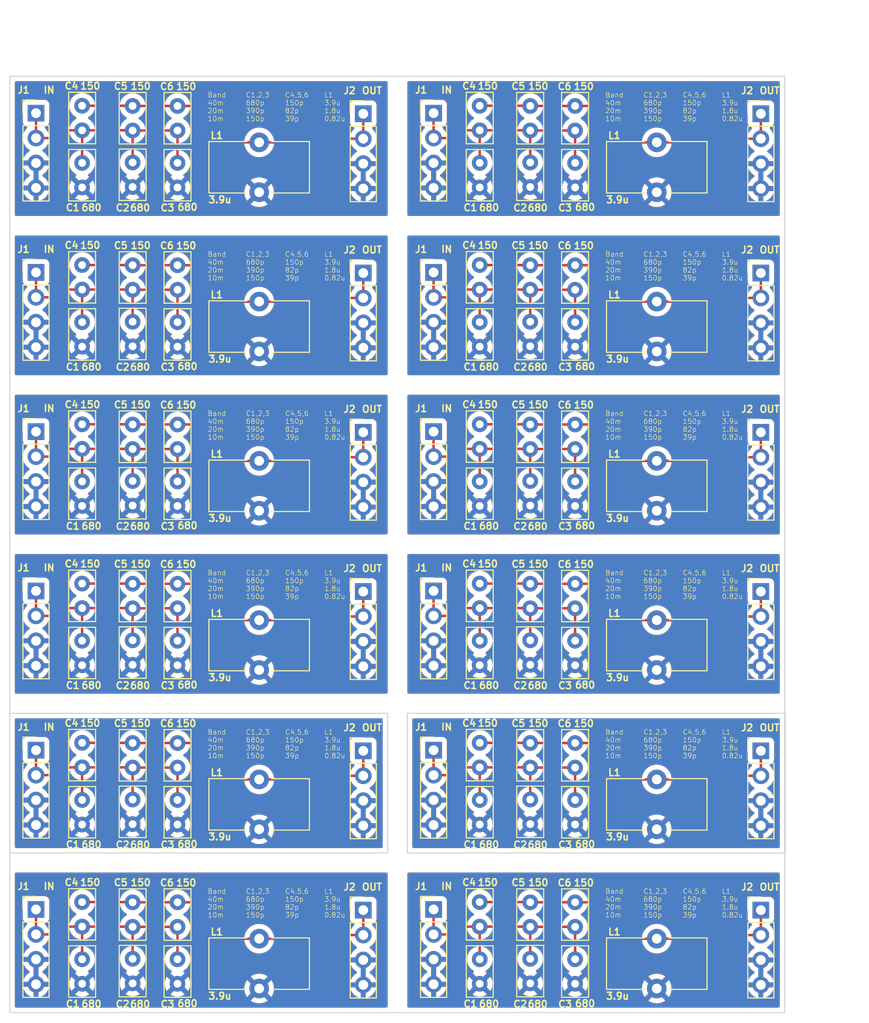
<source format=kicad_pcb>
(kicad_pcb (version 20211014) (generator pcbnew)
  (layers (0 "F.Cu" signal) (31 "B.Cu" signal) (34 "B.Paste" user) (35 "F.Paste" user) (36 "B.SilkS" user "B.Silkscreen") (37 "F.SilkS" user "F.Silkscreen") (38 "B.Mask" user) (39 "F.Mask" user) (44 "Edge.Cuts" user))
  (net 0 "")
  (net 1 "Net-(C1-Pad1)")
  (net 2 "GND")
  (net 3 "Net-(C4-Pad2)")
  (footprint "Capacitor_THT:C_Disc_D5.0mm_W2.5mm_P2.50mm" (layer "F.Cu") (at 99.428 144.112 -90)
    (fp_text reference "C3")
    (fp_text value "680")
  )
  (footprint "Capacitor_THT:C_Disc_D5.0mm_W2.5mm_P2.50mm" (layer "F.Cu") (at 54.356 111.6205 -90)
    (fp_text reference "C2")
    (fp_text value "680")
  )
  (footprint "Connector_PinHeader_2.54mm:PinHeader_1x04_P2.54mm_Vertical" (layer "F.Cu") (at 118.351 139.1055)
    (fp_text reference "J2")
    (fp_text value "OUT")
  )
  (footprint "Inductor_THT:L_Toroid_Vertical_L10.0mm_W5.0mm_P5.08mm" (layer "F.Cu") (at 67.2465 93.3445)
    (fp_text reference "L1")
    (fp_text value "3.9u")
  )
  (footprint "Capacitor_THT:C_Disc_D5.0mm_W2.5mm_P2.50mm" (layer "F.Cu") (at 49.2125 111.664 -90)
    (fp_text reference "C1")
    (fp_text value "680")
  )
  (footprint "Inductor_THT:L_Toroid_Vertical_L10.0mm_W5.0mm_P5.08mm" (layer "F.Cu") (at 107.7465 142.0165)
    (fp_text reference "L1")
    (fp_text value "3.9u")
  )
  (footprint "Capacitor_THT:C_Disc_D5.0mm_W2.5mm_P2.50mm" (layer "F.Cu") (at 54.356 140.81 90)
    (fp_text reference "C5")
    (fp_text value "150")
  )
  (footprint "Capacitor_THT:C_Disc_D5.0mm_W2.5mm_P2.50mm" (layer "F.Cu") (at 54.356 75.914 90)
    (fp_text reference "C5")
    (fp_text value "150")
  )
  (footprint "Connector_PinHeader_2.54mm:PinHeader_1x04_P2.54mm_Vertical" (layer "F.Cu") (at 85.0135 139.042)
    (fp_text reference "J1")
    (fp_text value "IN")
  )
  (footprint "Connector_PinHeader_2.54mm:PinHeader_1x04_P2.54mm_Vertical" (layer "F.Cu") (at 118.351 106.6575)
    (fp_text reference "J2")
    (fp_text value "OUT")
  )
  (footprint "Connector_PinHeader_2.54mm:PinHeader_1x04_P2.54mm_Vertical" (layer "F.Cu") (at 85.0135 122.818)
    (fp_text reference "J1")
    (fp_text value "IN")
  )
  (footprint "Capacitor_THT:C_Disc_D5.0mm_W2.5mm_P2.50mm" (layer "F.Cu") (at 49.2125 75.894 90)
    (fp_text reference "C4")
    (fp_text value "150")
  )
  (footprint "Capacitor_THT:C_Disc_D5.0mm_W2.5mm_P2.50mm" (layer "F.Cu") (at 99.428 75.914 90)
    (fp_text reference "C6")
    (fp_text value "150")
  )
  (footprint "Capacitor_THT:C_Disc_D5.0mm_W2.5mm_P2.50mm" (layer "F.Cu") (at 49.2125 127.888 -90)
    (fp_text reference "C1")
    (fp_text value "680")
  )
  (footprint "Inductor_THT:L_Toroid_Vertical_L10.0mm_W5.0mm_P5.08mm" (layer "F.Cu") (at 107.7465 60.8965)
    (fp_text reference "L1")
    (fp_text value "3.9u")
  )
  (footprint "Connector_PinHeader_2.54mm:PinHeader_1x04_P2.54mm_Vertical" (layer "F.Cu") (at 85.0135 106.594)
    (fp_text reference "J1")
    (fp_text value "IN")
  )
  (footprint "Connector_PinHeader_2.54mm:PinHeader_1x04_P2.54mm_Vertical" (layer "F.Cu") (at 85.0135 90.37)
    (fp_text reference "J1")
    (fp_text value "IN")
  )
  (footprint "Capacitor_THT:C_Disc_D5.0mm_W2.5mm_P2.50mm" (layer "F.Cu") (at 89.7125 75.894 90)
    (fp_text reference "C4")
    (fp_text value "150")
  )
  (footprint "Capacitor_THT:C_Disc_D5.0mm_W2.5mm_P2.50mm" (layer "F.Cu") (at 99.428 92.138 90)
    (fp_text reference "C6")
    (fp_text value "150")
  )
  (footprint "Capacitor_THT:C_Disc_D5.0mm_W2.5mm_P2.50mm" (layer "F.Cu") (at 58.928 124.586 90)
    (fp_text reference "C6")
    (fp_text value "150")
  )
  (footprint "Capacitor_THT:C_Disc_D5.0mm_W2.5mm_P2.50mm" (layer "F.Cu") (at 54.356 59.69 90)
    (fp_text reference "C5")
    (fp_text value "150")
  )
  (footprint "Capacitor_THT:C_Disc_D5.0mm_W2.5mm_P2.50mm" (layer "F.Cu") (at 58.928 79.216 -90)
    (fp_text reference "C3")
    (fp_text value "680")
  )
  (footprint "Capacitor_THT:C_Disc_D5.0mm_W2.5mm_P2.50mm" (layer "F.Cu") (at 54.356 108.362 90)
    (fp_text reference "C5")
    (fp_text value "150")
  )
  (footprint "Connector_PinHeader_2.54mm:PinHeader_1x04_P2.54mm_Vertical" (layer "F.Cu") (at 77.851 74.2095)
    (fp_text reference "J2")
    (fp_text value "OUT")
  )
  (footprint "Capacitor_THT:C_Disc_D5.0mm_W2.5mm_P2.50mm" (layer "F.Cu") (at 54.356 92.138 90)
    (fp_text reference "C5")
    (fp_text value "150")
  )
  (footprint "Connector_PinHeader_2.54mm:PinHeader_1x04_P2.54mm_Vertical" (layer "F.Cu") (at 77.851 139.1055)
    (fp_text reference "J2")
    (fp_text value "OUT")
  )
  (footprint "Capacitor_THT:C_Disc_D5.0mm_W2.5mm_P2.50mm" (layer "F.Cu") (at 89.7125 62.992 -90)
    (fp_text reference "C1")
    (fp_text value "680")
  )
  (footprint "Connector_PinHeader_2.54mm:PinHeader_1x04_P2.54mm_Vertical" (layer "F.Cu") (at 118.351 57.9855)
    (fp_text reference "J2")
    (fp_text value "OUT")
  )
  (footprint "Connector_PinHeader_2.54mm:PinHeader_1x04_P2.54mm_Vertical" (layer "F.Cu") (at 77.851 122.8815)
    (fp_text reference "J2")
    (fp_text value "OUT")
  )
  (footprint "Capacitor_THT:C_Disc_D5.0mm_W2.5mm_P2.50mm" (layer "F.Cu") (at 99.428 79.216 -90)
    (fp_text reference "C3")
    (fp_text value "680")
  )
  (footprint "Connector_PinHeader_2.54mm:PinHeader_1x04_P2.54mm_Vertical" (layer "F.Cu") (at 44.5135 74.146)
    (fp_text reference "J1")
    (fp_text value "IN")
  )
  (footprint "Capacitor_THT:C_Disc_D5.0mm_W2.5mm_P2.50mm" (layer "F.Cu") (at 58.928 59.69 90)
    (fp_text reference "C6")
    (fp_text value "150")
  )
  (footprint "Capacitor_THT:C_Disc_D5.0mm_W2.5mm_P2.50mm" (layer "F.Cu") (at 58.928 62.992 -90)
    (fp_text reference "C3")
    (fp_text value "680")
  )
  (footprint "Capacitor_THT:C_Disc_D5.0mm_W2.5mm_P2.50mm" (layer "F.Cu") (at 94.856 144.0685 -90)
    (fp_text reference "C2")
    (fp_text value "680")
  )
  (footprint "Connector_PinHeader_2.54mm:PinHeader_1x04_P2.54mm_Vertical" (layer "F.Cu") (at 85.0135 74.146)
    (fp_text reference "J1")
    (fp_text value "IN")
  )
  (footprint "Inductor_THT:L_Toroid_Vertical_L10.0mm_W5.0mm_P5.08mm" (layer "F.Cu") (at 67.2465 77.1205)
    (fp_text reference "L1")
    (fp_text value "3.9u")
  )
  (footprint "Capacitor_THT:C_Disc_D5.0mm_W2.5mm_P2.50mm" (layer "F.Cu") (at 94.856 124.586 90)
    (fp_text reference "C5")
    (fp_text value "150")
  )
  (footprint "Capacitor_THT:C_Disc_D5.0mm_W2.5mm_P2.50mm" (layer "F.Cu") (at 58.928 92.138 90)
    (fp_text reference "C6")
    (fp_text value "150")
  )
  (footprint "Capacitor_THT:C_Disc_D5.0mm_W2.5mm_P2.50mm" (layer "F.Cu") (at 89.7125 124.566 90)
    (fp_text reference "C4")
    (fp_text value "150")
  )
  (footprint "Connector_PinHeader_2.54mm:PinHeader_1x04_P2.54mm_Vertical" (layer "F.Cu") (at 44.5135 90.37)
    (fp_text reference "J1")
    (fp_text value "IN")
  )
  (footprint "Capacitor_THT:C_Disc_D5.0mm_W2.5mm_P2.50mm" (layer "F.Cu") (at 49.2125 144.112 -90)
    (fp_text reference "C1")
    (fp_text value "680")
  )
  (footprint "Connector_PinHeader_2.54mm:PinHeader_1x04_P2.54mm_Vertical" (layer "F.Cu") (at 44.5135 139.042)
    (fp_text reference "J1")
    (fp_text value "IN")
  )
  (footprint "Capacitor_THT:C_Disc_D5.0mm_W2.5mm_P2.50mm" (layer "F.Cu") (at 89.7125 79.216 -90)
    (fp_text reference "C1")
    (fp_text value "680")
  )
  (footprint "Connector_PinHeader_2.54mm:PinHeader_1x04_P2.54mm_Vertical" (layer "F.Cu") (at 77.851 106.6575)
    (fp_text reference "J2")
    (fp_text value "OUT")
  )
  (footprint "Connector_PinHeader_2.54mm:PinHeader_1x04_P2.54mm_Vertical" (layer "F.Cu") (at 118.351 90.4335)
    (fp_text reference "J2")
    (fp_text value "OUT")
  )
  (footprint "Capacitor_THT:C_Disc_D5.0mm_W2.5mm_P2.50mm" (layer "F.Cu") (at 89.7125 92.118 90)
    (fp_text reference "C4")
    (fp_text value "150")
  )
  (footprint "Capacitor_THT:C_Disc_D5.0mm_W2.5mm_P2.50mm" (layer "F.Cu") (at 49.2125 95.44 -90)
    (fp_text reference "C1")
    (fp_text value "680")
  )
  (footprint "Capacitor_THT:C_Disc_D5.0mm_W2.5mm_P2.50mm" (layer "F.Cu") (at 58.928 144.112 -90)
    (fp_text reference "C3")
    (fp_text value "680")
  )
  (footprint "Capacitor_THT:C_Disc_D5.0mm_W2.5mm_P2.50mm" (layer "F.Cu") (at 49.2125 140.79 90)
    (fp_text reference "C4")
    (fp_text value "150")
  )
  (footprint "Capacitor_THT:C_Disc_D5.0mm_W2.5mm_P2.50mm" (layer "F.Cu") (at 58.928 108.362 90)
    (fp_text reference "C6")
    (fp_text value "150")
  )
  (footprint "Connector_PinHeader_2.54mm:PinHeader_1x04_P2.54mm_Vertical" (layer "F.Cu") (at 44.5135 57.922)
    (fp_text reference "J1")
    (fp_text value "IN")
  )
  (footprint "Capacitor_THT:C_Disc_D5.0mm_W2.5mm_P2.50mm" (layer "F.Cu") (at 94.856 62.9485 -90)
    (fp_text reference "C2")
    (fp_text value "680")
  )
  (footprint "Connector_PinHeader_2.54mm:PinHeader_1x04_P2.54mm_Vertical" (layer "F.Cu") (at 77.851 90.4335)
    (fp_text reference "J2")
    (fp_text value "OUT")
  )
  (footprint "Capacitor_THT:C_Disc_D5.0mm_W2.5mm_P2.50mm" (layer "F.Cu") (at 94.856 79.1725 -90)
    (fp_text reference "C2")
    (fp_text value "680")
  )
  (footprint "Capacitor_THT:C_Disc_D5.0mm_W2.5mm_P2.50mm" (layer "F.Cu") (at 49.2125 59.67 90)
    (fp_text reference "C4")
    (fp_text value "150")
  )
  (footprint "Capacitor_THT:C_Disc_D5.0mm_W2.5mm_P2.50mm" (layer "F.Cu") (at 94.856 75.914 90)
    (fp_text reference "C5")
    (fp_text value "150")
  )
  (footprint "Inductor_THT:L_Toroid_Vertical_L10.0mm_W5.0mm_P5.08mm" (layer "F.Cu") (at 107.7465 77.1205)
    (fp_text reference "L1")
    (fp_text value "3.9u")
  )
  (footprint "Capacitor_THT:C_Disc_D5.0mm_W2.5mm_P2.50mm" (layer "F.Cu") (at 54.356 95.3965 -90)
    (fp_text reference "C2")
    (fp_text value "680")
  )
  (footprint "Capacitor_THT:C_Disc_D5.0mm_W2.5mm_P2.50mm" (layer "F.Cu") (at 89.7125 108.342 90)
    (fp_text reference "C4")
    (fp_text value "150")
  )
  (footprint "Capacitor_THT:C_Disc_D5.0mm_W2.5mm_P2.50mm" (layer "F.Cu") (at 49.2125 62.992 -90)
    (fp_text reference "C1")
    (fp_text value "680")
  )
  (footprint "Capacitor_THT:C_Disc_D5.0mm_W2.5mm_P2.50mm" (layer "F.Cu") (at 89.7125 127.888 -90)
    (fp_text reference "C1")
    (fp_text value "680")
  )
  (footprint "Capacitor_THT:C_Disc_D5.0mm_W2.5mm_P2.50mm" (layer "F.Cu") (at 54.356 144.0685 -90)
    (fp_text reference "C2")
    (fp_text value "680")
  )
  (footprint "Capacitor_THT:C_Disc_D5.0mm_W2.5mm_P2.50mm" (layer "F.Cu") (at 94.856 95.3965 -90)
    (fp_text reference "C2")
    (fp_text value "680")
  )
  (footprint "Capacitor_THT:C_Disc_D5.0mm_W2.5mm_P2.50mm" (layer "F.Cu") (at 94.856 59.69 90)
    (fp_text reference "C5")
    (fp_text value "150")
  )
  (footprint "Capacitor_THT:C_Disc_D5.0mm_W2.5mm_P2.50mm" (layer "F.Cu") (at 99.428 95.44 -90)
    (fp_text reference "C3")
    (fp_text value "680")
  )
  (footprint "Inductor_THT:L_Toroid_Vertical_L10.0mm_W5.0mm_P5.08mm" (layer "F.Cu") (at 67.2465 109.5685)
    (fp_text reference "L1")
    (fp_text value "3.9u")
  )
  (footprint "Capacitor_THT:C_Disc_D5.0mm_W2.5mm_P2.50mm" (layer "F.Cu") (at 54.356 79.1725 -90)
    (fp_text reference "C2")
    (fp_text value "680")
  )
  (footprint "Capacitor_THT:C_Disc_D5.0mm_W2.5mm_P2.50mm" (layer "F.Cu") (at 99.428 108.362 90)
    (fp_text reference "C6")
    (fp_text value "150")
  )
  (footprint "Capacitor_THT:C_Disc_D5.0mm_W2.5mm_P2.50mm" (layer "F.Cu") (at 58.928 127.888 -90)
    (fp_text reference "C3")
    (fp_text value "680")
  )
  (footprint "Capacitor_THT:C_Disc_D5.0mm_W2.5mm_P2.50mm" (layer "F.Cu") (at 89.7125 59.67 90)
    (fp_text reference "C4")
    (fp_text value "150")
  )
  (footprint "Capacitor_THT:C_Disc_D5.0mm_W2.5mm_P2.50mm" (layer "F.Cu") (at 89.7125 144.112 -90)
    (fp_text reference "C1")
    (fp_text value "680")
  )
  (footprint "Capacitor_THT:C_Disc_D5.0mm_W2.5mm_P2.50mm" (layer "F.Cu") (at 58.928 75.914 90)
    (fp_text reference "C6")
    (fp_text value "150")
  )
  (footprint "Connector_PinHeader_2.54mm:PinHeader_1x04_P2.54mm_Vertical" (layer "F.Cu") (at 85.0135 57.922)
    (fp_text reference "J1")
    (fp_text value "IN")
  )
  (footprint "Connector_PinHeader_2.54mm:PinHeader_1x04_P2.54mm_Vertical" (layer "F.Cu") (at 77.851 57.9855)
    (fp_text reference "J2")
    (fp_text value "OUT")
  )
  (footprint "Capacitor_THT:C_Disc_D5.0mm_W2.5mm_P2.50mm" (layer "F.Cu") (at 89.7125 111.664 -90)
    (fp_text reference "C1")
    (fp_text value "680")
  )
  (footprint "Capacitor_THT:C_Disc_D5.0mm_W2.5mm_P2.50mm" (layer "F.Cu") (at 49.2125 108.342 90)
    (fp_text reference "C4")
    (fp_text value "150")
  )
  (footprint "Capacitor_THT:C_Disc_D5.0mm_W2.5mm_P2.50mm" (layer "F.Cu") (at 94.856 140.81 90)
    (fp_text reference "C5")
    (fp_text value "150")
  )
  (footprint "Capacitor_THT:C_Disc_D5.0mm_W2.5mm_P2.50mm" (layer "F.Cu") (at 89.7125 140.79 90)
    (fp_text reference "C4")
    (fp_text value "150")
  )
  (footprint "Capacitor_THT:C_Disc_D5.0mm_W2.5mm_P2.50mm" (layer "F.Cu") (at 54.356 127.8445 -90)
    (fp_text reference "C2")
    (fp_text value "680")
  )
  (footprint "Inductor_THT:L_Toroid_Vertical_L10.0mm_W5.0mm_P5.08mm" (layer "F.Cu") (at 67.2465 125.7925)
    (fp_text reference "L1")
    (fp_text value "3.9u")
  )
  (footprint "Inductor_THT:L_Toroid_Vertical_L10.0mm_W5.0mm_P5.08mm" (layer "F.Cu") (at 67.2465 60.8965)
    (fp_text reference "L1")
    (fp_text value "3.9u")
  )
  (footprint "Connector_PinHeader_2.54mm:PinHeader_1x04_P2.54mm_Vertical" (layer "F.Cu") (at 44.5135 106.594)
    (fp_text reference "J1")
    (fp_text value "IN")
  )
  (footprint "Capacitor_THT:C_Disc_D5.0mm_W2.5mm_P2.50mm" (layer "F.Cu") (at 99.428 111.664 -90)
    (fp_text reference "C3")
    (fp_text value "680")
  )
  (footprint "Capacitor_THT:C_Disc_D5.0mm_W2.5mm_P2.50mm" (layer "F.Cu") (at 54.356 124.586 90)
    (fp_text reference "C5")
    (fp_text value "150")
  )
  (footprint "Capacitor_THT:C_Disc_D5.0mm_W2.5mm_P2.50mm" (layer "F.Cu") (at 89.7125 95.44 -90)
    (fp_text reference "C1")
    (fp_text value "680")
  )
  (footprint "Capacitor_THT:C_Disc_D5.0mm_W2.5mm_P2.50mm" (layer "F.Cu") (at 94.856 92.138 90)
    (fp_text reference "C5")
    (fp_text value "150")
  )
  (footprint "Inductor_THT:L_Toroid_Vertical_L10.0mm_W5.0mm_P5.08mm" (layer "F.Cu") (at 107.7465 125.7925)
    (fp_text reference "L1")
    (fp_text value "3.9u")
  )
  (footprint "Capacitor_THT:C_Disc_D5.0mm_W2.5mm_P2.50mm" (layer "F.Cu") (at 49.2125 92.118 90)
    (fp_text reference "C4")
    (fp_text value "150")
  )
  (footprint "Capacitor_THT:C_Disc_D5.0mm_W2.5mm_P2.50mm" (layer "F.Cu") (at 49.2125 124.566 90)
    (fp_text reference "C4")
    (fp_text value "150")
  )
  (footprint "Capacitor_THT:C_Disc_D5.0mm_W2.5mm_P2.50mm" (layer "F.Cu") (at 94.856 111.6205 -90)
    (fp_text reference "C2")
    (fp_text value "680")
  )
  (footprint "Capacitor_THT:C_Disc_D5.0mm_W2.5mm_P2.50mm" (layer "F.Cu") (at 58.928 95.44 -90)
    (fp_text reference "C3")
    (fp_text value "680")
  )
  (footprint "Capacitor_THT:C_Disc_D5.0mm_W2.5mm_P2.50mm" (layer "F.Cu") (at 99.428 127.888 -90)
    (fp_text reference "C3")
    (fp_text value "680")
  )
  (footprint "Inductor_THT:L_Toroid_Vertical_L10.0mm_W5.0mm_P5.08mm" (layer "F.Cu") (at 107.7465 93.3445)
    (fp_text reference "L1")
    (fp_text value "3.9u")
  )
  (footprint "Capacitor_THT:C_Disc_D5.0mm_W2.5mm_P2.50mm" (layer "F.Cu") (at 94.856 108.362 90)
    (fp_text reference "C5")
    (fp_text value "150")
  )
  (footprint "Connector_PinHeader_2.54mm:PinHeader_1x04_P2.54mm_Vertical" (layer "F.Cu") (at 118.351 74.2095)
    (fp_text reference "J2")
    (fp_text value "OUT")
  )
  (footprint "Capacitor_THT:C_Disc_D5.0mm_W2.5mm_P2.50mm" (layer "F.Cu") (at 99.428 124.586 90)
    (fp_text reference "C6")
    (fp_text value "150")
  )
  (footprint "Capacitor_THT:C_Disc_D5.0mm_W2.5mm_P2.50mm" (layer "F.Cu") (at 58.928 140.81 90)
    (fp_text reference "C6")
    (fp_text value "150")
  )
  (footprint "Capacitor_THT:C_Disc_D5.0mm_W2.5mm_P2.50mm" (layer "F.Cu") (at 54.356 62.9485 -90)
    (fp_text reference "C2")
    (fp_text value "680")
  )
  (footprint "Capacitor_THT:C_Disc_D5.0mm_W2.5mm_P2.50mm" (layer "F.Cu") (at 94.856 127.8445 -90)
    (fp_text reference "C2")
    (fp_text value "680")
  )
  (footprint "Inductor_THT:L_Toroid_Vertical_L10.0mm_W5.0mm_P5.08mm" (layer "F.Cu") (at 107.7465 109.5685)
    (fp_text reference "L1")
    (fp_text value "3.9u")
  )
  (footprint "Capacitor_THT:C_Disc_D5.0mm_W2.5mm_P2.50mm" (layer "F.Cu") (at 49.2125 79.216 -90)
    (fp_text reference "C1")
    (fp_text value "680")
  )
  (footprint "Capacitor_THT:C_Disc_D5.0mm_W2.5mm_P2.50mm" (layer "F.Cu") (at 99.428 62.992 -90)
    (fp_text reference "C3")
    (fp_text value "680")
  )
  (footprint "Connector_PinHeader_2.54mm:PinHeader_1x04_P2.54mm_Vertical" (layer "F.Cu") (at 118.351 122.8815)
    (fp_text reference "J2")
    (fp_text value "OUT")
  )
  (footprint "Capacitor_THT:C_Disc_D5.0mm_W2.5mm_P2.50mm" (layer "F.Cu") (at 99.428 140.81 90)
    (fp_text reference "C6")
    (fp_text value "150")
  )
  (footprint "Capacitor_THT:C_Disc_D5.0mm_W2.5mm_P2.50mm" (layer "F.Cu") (at 99.428 59.69 90)
    (fp_text reference "C6")
    (fp_text value "150")
  )
  (footprint "Capacitor_THT:C_Disc_D5.0mm_W2.5mm_P2.50mm" (layer "F.Cu") (at 58.928 111.664 -90)
    (fp_text reference "C3")
    (fp_text value "680")
  )
  (footprint "Connector_PinHeader_2.54mm:PinHeader_1x04_P2.54mm_Vertical" (layer "F.Cu") (at 44.5135 122.818)
    (fp_text reference "J1")
    (fp_text value "IN")
  )
  (footprint "Inductor_THT:L_Toroid_Vertical_L10.0mm_W5.0mm_P5.08mm" (layer "F.Cu") (at 67.2465 142.0165)
    (fp_text reference "L1")
    (fp_text value "3.9u")
  )
  (gr_rect (start 41.8465 54.1655) (end 120.777 149.5425) (layer "Edge.Cuts") (width 0.1) (fill none))
  (gr_rect (start 41.837 119.0615) (end 80.337 133.2855) (layer "Edge.Cuts") (width 0.1) (fill none))
  (gr_rect (start 82.337 119.0615) (end 120.837 133.2855) (layer "Edge.Cuts") (width 0.1) (fill none))
  (gr_text "Band	C1,2,3	C4,5,6	L1\n40m	  	680p	150p	3.9u\n20m   	390p	82p		1.8u\n10m	  	150p	39p		0.82u" (at 61.976 73.501) (layer "F.SilkS") (effects (font (size 0.5 0.5) (thickness 0.05)) (justify left)))
  (gr_text "Band	C1,2,3	C4,5,6	L1\n40m	  	680p	150p	3.9u\n20m   	390p	82p		1.8u\n10m	  	150p	39p		0.82u" (at 61.976 105.949) (layer "F.SilkS") (effects (font (size 0.5 0.5) (thickness 0.05)) (justify left)))
  (gr_text "Band	C1,2,3	C4,5,6	L1\n40m	  	680p	150p	3.9u\n20m   	390p	82p		1.8u\n10m	  	150p	39p		0.82u" (at 102.476 105.949) (layer "F.SilkS") (effects (font (size 0.5 0.5) (thickness 0.05)) (justify left)))
  (gr_text "Band	C1,2,3	C4,5,6	L1\n40m	  	680p	150p	3.9u\n20m   	390p	82p		1.8u\n10m	  	150p	39p		0.82u" (at 102.476 122.173) (layer "F.SilkS") (effects (font (size 0.5 0.5) (thickness 0.05)) (justify left)))
  (gr_text "Band	C1,2,3	C4,5,6	L1\n40m	  	680p	150p	3.9u\n20m   	390p	82p		1.8u\n10m	  	150p	39p		0.82u" (at 102.476 89.725) (layer "F.SilkS") (effects (font (size 0.5 0.5) (thickness 0.05)) (justify left)))
  (gr_text "Band	C1,2,3	C4,5,6	L1\n40m	  	680p	150p	3.9u\n20m   	390p	82p		1.8u\n10m	  	150p	39p		0.82u" (at 61.976 138.397) (layer "F.SilkS") (effects (font (size 0.5 0.5) (thickness 0.05)) (justify left)))
  (gr_text "Band	C1,2,3	C4,5,6	L1\n40m	  	680p	150p	3.9u\n20m   	390p	82p		1.8u\n10m	  	150p	39p		0.82u" (at 61.976 57.277) (layer "F.SilkS") (effects (font (size 0.5 0.5) (thickness 0.05)) (justify left)))
  (gr_text "Band	C1,2,3	C4,5,6	L1\n40m	  	680p	150p	3.9u\n20m   	390p	82p		1.8u\n10m	  	150p	39p		0.82u" (at 61.976 122.173) (layer "F.SilkS") (effects (font (size 0.5 0.5) (thickness 0.05)) (justify left)))
  (gr_text "Band	C1,2,3	C4,5,6	L1\n40m	  	680p	150p	3.9u\n20m   	390p	82p		1.8u\n10m	  	150p	39p		0.82u" (at 102.476 73.501) (layer "F.SilkS") (effects (font (size 0.5 0.5) (thickness 0.05)) (justify left)))
  (gr_text "Band	C1,2,3	C4,5,6	L1\n40m	  	680p	150p	3.9u\n20m   	390p	82p		1.8u\n10m	  	150p	39p		0.82u" (at 102.476 138.397) (layer "F.SilkS") (effects (font (size 0.5 0.5) (thickness 0.05)) (justify left)))
  (gr_text "Band	C1,2,3	C4,5,6	L1\n40m	  	680p	150p	3.9u\n20m   	390p	82p		1.8u\n10m	  	150p	39p		0.82u" (at 102.476 57.277) (layer "F.SilkS") (effects (font (size 0.5 0.5) (thickness 0.05)) (justify left)))
  (gr_text "Band	C1,2,3	C4,5,6	L1\n40m	  	680p	150p	3.9u\n20m   	390p	82p		1.8u\n10m	  	150p	39p		0.82u" (at 61.976 89.725) (layer "F.SilkS") (effects (font (size 0.5 0.5) (thickness 0.05)) (justify left)))
  (segment (start 94.836 92.118) (end 94.856 92.138) (width 0.25) (layer "F.Cu") (net 1))
  (segment (start 54.356 92.138) (end 54.356 95.3965) (width 0.25) (layer "F.Cu") (net 1))
  (segment (start 46.883 108.342) (end 49.2125 108.342) (width 0.25) (layer "F.Cu") (net 1))
  (segment (start 54.356 140.81) (end 54.356 144.0685) (width 0.25) (layer "F.Cu") (net 1))
  (segment (start 94.856 124.586) (end 99.428 124.586) (width 0.25) (layer "F.Cu") (net 1))
  (segment (start 49.2125 59.67) (end 54.336 59.67) (width 0.25) (layer "F.Cu") (net 1))
  (segment (start 54.336 140.79) (end 54.356 140.81) (width 0.25) (layer "F.Cu") (net 1))
  (segment (start 49.2125 140.79) (end 49.2125 144.112) (width 0.25) (layer "F.Cu") (net 1))
  (segment (start 85.0135 92.91) (end 86.591 92.91) (width 0.25) (layer "F.Cu") (net 1))
  (segment (start 44.5135 76.686) (end 46.091 76.686) (width 0.25) (layer "F.Cu") (net 1))
  (segment (start 44.5135 106.594) (end 44.5135 109.134) (width 0.25) (layer "F.Cu") (net 1))
  (segment (start 94.836 75.894) (end 94.856 75.914) (width 0.25) (layer "F.Cu") (net 1))
  (segment (start 85.0135 106.594) (end 85.0135 109.134) (width 0.25) (layer "F.Cu") (net 1))
  (segment (start 94.856 92.138) (end 94.856 95.3965) (width 0.25) (layer "F.Cu") (net 1))
  (segment (start 85.0135 57.922) (end 85.0135 60.462) (width 0.25) (layer "F.Cu") (net 1))
  (segment (start 89.7125 92.118) (end 89.7125 95.44) (width 0.25) (layer "F.Cu") (net 1))
  (segment (start 94.856 108.362) (end 99.428 108.362) (width 0.25) (layer "F.Cu") (net 1))
  (segment (start 54.356 59.69) (end 58.928 59.69) (width 0.25) (layer "F.Cu") (net 1))
  (segment (start 85.0135 109.134) (end 86.591 109.134) (width 0.25) (layer "F.Cu") (net 1))
  (segment (start 86.591 109.134) (end 87.383 108.342) (width 0.25) (layer "F.Cu") (net 1))
  (segment (start 85.0135 74.146) (end 85.0135 76.686) (width 0.25) (layer "F.Cu") (net 1))
  (segment (start 46.091 92.91) (end 46.883 92.118) (width 0.25) (layer "F.Cu") (net 1))
  (segment (start 46.883 92.118) (end 49.2125 92.118) (width 0.25) (layer "F.Cu") (net 1))
  (segment (start 54.356 124.586) (end 54.356 127.8445) (width 0.25) (layer "F.Cu") (net 1))
  (segment (start 49.2125 92.118) (end 49.2125 95.44) (width 0.25) (layer "F.Cu") (net 1))
  (segment (start 85.0135 139.042) (end 85.0135 141.582) (width 0.25) (layer "F.Cu") (net 1))
  (segment (start 94.856 92.138) (end 99.428 92.138) (width 0.25) (layer "F.Cu") (net 1))
  (segment (start 86.591 141.582) (end 87.383 140.79) (width 0.25) (layer "F.Cu") (net 1))
  (segment (start 94.836 124.566) (end 94.856 124.586) (width 0.25) (layer "F.Cu") (net 1))
  (segment (start 54.336 92.118) (end 54.356 92.138) (width 0.25) (layer "F.Cu") (net 1))
  (segment (start 44.5135 125.358) (end 46.091 125.358) (width 0.25) (layer "F.Cu") (net 1))
  (segment (start 46.091 60.462) (end 46.883 59.67) (width 0.25) (layer "F.Cu") (net 1))
  (segment (start 87.383 124.566) (end 89.7125 124.566) (width 0.25) (layer "F.Cu") (net 1))
  (segment (start 44.5135 90.37) (end 44.5135 92.91) (width 0.25) (layer "F.Cu") (net 1))
  (segment (start 87.383 140.79) (end 89.7125 140.79) (width 0.25) (layer "F.Cu") (net 1))
  (segment (start 44.5135 139.042) (end 44.5135 141.582) (width 0.25) (layer "F.Cu") (net 1))
  (segment (start 44.5135 109.134) (end 46.091 109.134) (width 0.25) (layer "F.Cu") (net 1))
  (segment (start 54.356 124.586) (end 58.928 124.586) (width 0.25) (layer "F.Cu") (net 1))
  (segment (start 86.591 60.462) (end 87.383 59.67) (width 0.25) (layer "F.Cu") (net 1))
  (segment (start 49.2125 124.566) (end 54.336 124.566) (width 0.25) (layer "F.Cu") (net 1))
  (segment (start 46.091 109.134) (end 46.883 108.342) (width 0.25) (layer "F.Cu") (net 1))
  (segment (start 94.856 75.914) (end 99.428 75.914) (width 0.25) (layer "F.Cu") (net 1))
  (segment (start 85.0135 90.37) (end 85.0135 92.91) (width 0.25) (layer "F.Cu") (net 1))
  (segment (start 49.2125 59.67) (end 49.2125 62.992) (width 0.25) (layer "F.Cu") (net 1))
  (segment (start 46.883 140.79) (end 49.2125 140.79) (width 0.25) (layer "F.Cu") (net 1))
  (segment (start 44.5135 74.146) (end 44.5135 76.686) (width 0.25) (layer "F.Cu") (net 1))
  (segment (start 94.856 124.586) (end 94.856 127.8445) (width 0.25) (layer "F.Cu") (net 1))
  (segment (start 58.928 75.914) (end 58.928 79.216) (width 0.25) (layer "F.Cu") (net 1))
  (segment (start 94.856 140.81) (end 94.856 144.0685) (width 0.25) (layer "F.Cu") (net 1))
  (segment (start 46.883 75.894) (end 49.2125 75.894) (width 0.25) (layer "F.Cu") (net 1))
  (segment (start 89.7125 108.342) (end 89.7125 111.664) (width 0.25) (layer "F.Cu") (net 1))
  (segment (start 44.5135 92.91) (end 46.091 92.91) (width 0.25) (layer "F.Cu") (net 1))
  (segment (start 49.2125 75.894) (end 49.2125 79.216) (width 0.25) (layer "F.Cu") (net 1))
  (segment (start 99.428 140.81) (end 99.428 144.112) (width 0.25) (layer "F.Cu") (net 1))
  (segment (start 49.2125 92.118) (end 54.336 92.118) (width 0.25) (layer "F.Cu") (net 1))
  (segment (start 44.5135 60.462) (end 46.091 60.462) (width 0.25) (layer "F.Cu") (net 1))
  (segment (start 89.7125 75.894) (end 89.7125 79.216) (width 0.25) (layer "F.Cu") (net 1))
  (segment (start 49.2125 108.342) (end 54.336 108.342) (width 0.25) (layer "F.Cu") (net 1))
  (segment (start 49.2125 108.342) (end 49.2125 111.664) (width 0.25) (layer "F.Cu") (net 1))
  (segment (start 54.356 92.138) (end 58.928 92.138) (width 0.25) (layer "F.Cu") (net 1))
  (segment (start 94.836 108.342) (end 94.856 108.362) (width 0.25) (layer "F.Cu") (net 1))
  (segment (start 49.2125 124.566) (end 49.2125 127.888) (width 0.25) (layer "F.Cu") (net 1))
  (segment (start 87.383 75.894) (end 89.7125 75.894) (width 0.25) (layer "F.Cu") (net 1))
  (segment (start 85.0135 125.358) (end 86.591 125.358) (width 0.25) (layer "F.Cu") (net 1))
  (segment (start 89.7125 124.566) (end 89.7125 127.888) (width 0.25) (layer "F.Cu") (net 1))
  (segment (start 44.5135 141.582) (end 46.091 141.582) (width 0.25) (layer "F.Cu") (net 1))
  (segment (start 44.5135 57.922) (end 44.5135 60.462) (width 0.25) (layer "F.Cu") (net 1))
  (segment (start 94.856 108.362) (end 94.856 111.6205) (width 0.25) (layer "F.Cu") (net 1))
  (segment (start 89.7125 108.342) (end 94.836 108.342) (width 0.25) (layer "F.Cu") (net 1))
  (segment (start 94.856 140.81) (end 99.428 140.81) (width 0.25) (layer "F.Cu") (net 1))
  (segment (start 58.928 108.362) (end 58.928 111.664) (width 0.25) (layer "F.Cu") (net 1))
  (segment (start 49.2125 140.79) (end 54.336 140.79) (width 0.25) (layer "F.Cu") (net 1))
  (segment (start 85.0135 141.582) (end 86.591 141.582) (width 0.25) (layer "F.Cu") (net 1))
  (segment (start 54.356 108.362) (end 58.928 108.362) (width 0.25) (layer "F.Cu") (net 1))
  (segment (start 46.091 76.686) (end 46.883 75.894) (width 0.25) (layer "F.Cu") (net 1))
  (segment (start 86.591 76.686) (end 87.383 75.894) (width 0.25) (layer "F.Cu") (net 1))
  (segment (start 89.7125 140.79) (end 94.836 140.79) (width 0.25) (layer "F.Cu") (net 1))
  (segment (start 46.091 141.582) (end 46.883 140.79) (width 0.25) (layer "F.Cu") (net 1))
  (segment (start 89.7125 92.118) (end 94.836 92.118) (width 0.25) (layer "F.Cu") (net 1))
  (segment (start 99.428 75.914) (end 99.428 79.216) (width 0.25) (layer "F.Cu") (net 1))
  (segment (start 99.428 124.586) (end 99.428 127.888) (width 0.25) (layer "F.Cu") (net 1))
  (segment (start 54.336 108.342) (end 54.356 108.362) (width 0.25) (layer "F.Cu") (net 1))
  (segment (start 99.428 59.69) (end 99.428 62.992) (width 0.25) (layer "F.Cu") (net 1))
  (segment (start 54.336 75.894) (end 54.356 75.914) (width 0.25) (layer "F.Cu") (net 1))
  (segment (start 89.7125 124.566) (end 94.836 124.566) (width 0.25) (layer "F.Cu") (net 1))
  (segment (start 94.836 140.79) (end 94.856 140.81) (width 0.25) (layer "F.Cu") (net 1))
  (segment (start 54.356 108.362) (end 54.356 111.6205) (width 0.25) (layer "F.Cu") (net 1))
  (segment (start 58.928 59.69) (end 58.928 62.992) (width 0.25) (layer "F.Cu") (net 1))
  (segment (start 85.0135 122.818) (end 85.0135 125.358) (width 0.25) (layer "F.Cu") (net 1))
  (segment (start 87.383 92.118) (end 89.7125 92.118) (width 0.25) (layer "F.Cu") (net 1))
  (segment (start 46.883 59.67) (end 49.2125 59.67) (width 0.25) (layer "F.Cu") (net 1))
  (segment (start 54.356 59.69) (end 54.356 62.9485) (width 0.25) (layer "F.Cu") (net 1))
  (segment (start 46.091 125.358) (end 46.883 124.566) (width 0.25) (layer "F.Cu") (net 1))
  (segment (start 54.356 75.914) (end 54.356 79.1725) (width 0.25) (layer "F.Cu") (net 1))
  (segment (start 54.336 59.67) (end 54.356 59.69) (width 0.25) (layer "F.Cu") (net 1))
  (segment (start 54.336 124.566) (end 54.356 124.586) (width 0.25) (layer "F.Cu") (net 1))
  (segment (start 85.0135 76.686) (end 86.591 76.686) (width 0.25) (layer "F.Cu") (net 1))
  (segment (start 89.7125 75.894) (end 94.836 75.894) (width 0.25) (layer "F.Cu") (net 1))
  (segment (start 94.836 59.67) (end 94.856 59.69) (width 0.25) (layer "F.Cu") (net 1))
  (segment (start 99.428 92.138) (end 99.428 95.44) (width 0.25) (layer "F.Cu") (net 1))
  (segment (start 89.7125 59.67) (end 89.7125 62.992) (width 0.25) (layer "F.Cu") (net 1))
  (segment (start 94.856 59.69) (end 94.856 62.9485) (width 0.25) (layer "F.Cu") (net 1))
  (segment (start 85.0135 60.462) (end 86.591 60.462) (width 0.25) (layer "F.Cu") (net 1))
  (segment (start 46.883 124.566) (end 49.2125 124.566) (width 0.25) (layer "F.Cu") (net 1))
  (segment (start 89.7125 59.67) (end 94.836 59.67) (width 0.25) (layer "F.Cu") (net 1))
  (segment (start 58.928 124.586) (end 58.928 127.888) (width 0.25) (layer "F.Cu") (net 1))
  (segment (start 54.356 75.914) (end 58.928 75.914) (width 0.25) (layer "F.Cu") (net 1))
  (segment (start 58.928 140.81) (end 58.928 144.112) (width 0.25) (layer "F.Cu") (net 1))
  (segment (start 49.2125 75.894) (end 54.336 75.894) (width 0.25) (layer "F.Cu") (net 1))
  (segment (start 86.591 125.358) (end 87.383 124.566) (width 0.25) (layer "F.Cu") (net 1))
  (segment (start 94.856 59.69) (end 99.428 59.69) (width 0.25) (layer "F.Cu") (net 1))
  (segment (start 86.591 92.91) (end 87.383 92.118) (width 0.25) (layer "F.Cu") (net 1))
  (segment (start 94.856 75.914) (end 94.856 79.1725) (width 0.25) (layer "F.Cu") (net 1))
  (segment (start 87.383 108.342) (end 89.7125 108.342) (width 0.25) (layer "F.Cu") (net 1))
  (segment (start 54.356 140.81) (end 58.928 140.81) (width 0.25) (layer "F.Cu") (net 1))
  (segment (start 89.7125 140.79) (end 89.7125 144.112) (width 0.25) (layer "F.Cu") (net 1))
  (segment (start 58.928 92.138) (end 58.928 95.44) (width 0.25) (layer "F.Cu") (net 1))
  (segment (start 99.428 108.362) (end 99.428 111.664) (width 0.25) (layer "F.Cu") (net 1))
  (segment (start 87.383 59.67) (end 89.7125 59.67) (width 0.25) (layer "F.Cu") (net 1))
  (segment (start 44.5135 122.818) (end 44.5135 125.358) (width 0.25) (layer "F.Cu") (net 1))
  (segment (start 75.311 60.5155) (end 75.321 60.5255) (width 0.25) (layer "F.Cu") (net 3))
  (segment (start 101.714 76.7395) (end 102.095 77.1205) (width 0.25) (layer "F.Cu") (net 3))
  (segment (start 75.311 76.7395) (end 75.321 76.7495) (width 0.25) (layer "F.Cu") (net 3))
  (segment (start 67.2465 142.0165) (end 74.1045 142.0165) (width 0.25) (layer "F.Cu") (net 3))
  (segment (start 115.821 60.5255) (end 118.351 60.5255) (width 0.25) (layer "F.Cu") (net 3))
  (segment (start 102.095 125.7925) (end 107.7465 125.7925) (width 0.25) (layer "F.Cu") (net 3))
  (segment (start 115.811 141.6355) (end 115.821 141.6455) (width 0.25) (layer "F.Cu") (net 3))
  (segment (start 67.2465 60.8965) (end 74.1045 60.8965) (width 0.25) (layer "F.Cu") (net 3))
  (segment (start 118.351 122.8815) (end 118.351 125.4215) (width 0.25) (layer "F.Cu") (net 3))
  (segment (start 99.428 89.638) (end 101.373 89.638) (width 0.25) (layer "F.Cu") (net 3))
  (segment (start 101.714 122.427) (end 101.714 125.4115) (width 0.25) (layer "F.Cu") (net 3))
  (segment (start 94.836 89.618) (end 94.856 89.638) (width 0.25) (layer "F.Cu") (net 3))
  (segment (start 54.336 105.842) (end 54.356 105.862) (width 0.25) (layer "F.Cu") (net 3))
  (segment (start 49.2125 105.842) (end 54.336 105.842) (width 0.25) (layer "F.Cu") (net 3))
  (segment (start 115.811 109.1875) (end 115.821 109.1975) (width 0.25) (layer "F.Cu") (net 3))
  (segment (start 77.851 90.4335) (end 77.851 92.9735) (width 0.25) (layer "F.Cu") (net 3))
  (segment (start 99.428 57.19) (end 101.373 57.19) (width 0.25) (layer "F.Cu") (net 3))
  (segment (start 54.336 89.618) (end 54.356 89.638) (width 0.25) (layer "F.Cu") (net 3))
  (segment (start 118.351 57.9855) (end 118.351 60.5255) (width 0.25) (layer "F.Cu") (net 3))
  (segment (start 89.7125 89.618) (end 94.836 89.618) (width 0.25) (layer "F.Cu") (net 3))
  (segment (start 114.9855 109.1875) (end 115.811 109.1875) (width 0.25) (layer "F.Cu") (net 3))
  (segment (start 102.095 142.0165) (end 107.7465 142.0165) (width 0.25) (layer "F.Cu") (net 3))
  (segment (start 101.714 125.4115) (end 102.095 125.7925) (width 0.25) (layer "F.Cu") (net 3))
  (segment (start 61.214 92.9635) (end 61.595 93.3445) (width 0.25) (layer "F.Cu") (net 3))
  (segment (start 99.428 122.086) (end 101.373 122.086) (width 0.25) (layer "F.Cu") (net 3))
  (segment (start 107.7465 109.5685) (end 114.6045 109.5685) (width 0.25) (layer "F.Cu") (net 3))
  (segment (start 54.356 89.638) (end 58.928 89.638) (width 0.25) (layer "F.Cu") (net 3))
  (segment (start 115.821 141.6455) (end 118.351 141.6455) (width 0.25) (layer "F.Cu") (net 3))
  (segment (start 75.311 125.4115) (end 75.321 125.4215) (width 0.25) (layer "F.Cu") (net 3))
  (segment (start 67.2465 109.5685) (end 74.1045 109.5685) (width 0.25) (layer "F.Cu") (net 3))
  (segment (start 101.373 73.414) (end 101.714 73.755) (width 0.25) (layer "F.Cu") (net 3))
  (segment (start 115.811 92.9635) (end 115.821 92.9735) (width 0.25) (layer "F.Cu") (net 3))
  (segment (start 74.4855 125.4115) (end 75.311 125.4115) (width 0.25) (layer "F.Cu") (net 3))
  (segment (start 54.336 122.066) (end 54.356 122.086) (width 0.25) (layer "F.Cu") (net 3))
  (segment (start 61.214 141.6355) (end 61.595 142.0165) (width 0.25) (layer "F.Cu") (net 3))
  (segment (start 61.595 109.5685) (end 67.2465 109.5685) (width 0.25) (layer "F.Cu") (net 3))
  (segment (start 75.311 141.6355) (end 75.321 141.6455) (width 0.25) (layer "F.Cu") (net 3))
  (segment (start 115.821 76.7495) (end 118.351 76.7495) (width 0.25) (layer "F.Cu") (net 3))
  (segment (start 54.336 73.394) (end 54.356 73.414) (width 0.25) (layer "F.Cu") (net 3))
  (segment (start 107.7465 125.7925) (end 114.6045 125.7925) (width 0.25) (layer "F.Cu") (net 3))
  (segment (start 114.6045 109.5685) (end 114.9855 109.1875) (width 0.25) (layer "F.Cu") (net 3))
  (segment (start 77.851 122.8815) (end 77.851 125.4215) (width 0.25) (layer "F.Cu") (net 3))
  (segment (start 94.836 57.17) (end 94.856 57.19) (width 0.25) (layer "F.Cu") (net 3))
  (segment (start 77.851 74.2095) (end 77.851 76.7495) (width 0.25) (layer "F.Cu") (net 3))
  (segment (start 89.7125 73.394) (end 94.836 73.394) (width 0.25) (layer "F.Cu") (net 3))
  (segment (start 49.2125 57.17) (end 54.336 57.17) (width 0.25) (layer "F.Cu") (net 3))
  (segment (start 61.595 142.0165) (end 67.2465 142.0165) (width 0.25) (layer "F.Cu") (net 3))
  (segment (start 115.811 76.7395) (end 115.821 76.7495) (width 0.25) (layer "F.Cu") (net 3))
  (segment (start 114.9855 125.4115) (end 115.811 125.4115) (width 0.25) (layer "F.Cu") (net 3))
  (segment (start 54.336 57.17) (end 54.356 57.19) (width 0.25) (layer "F.Cu") (net 3))
  (segment (start 60.873 73.414) (end 61.214 73.755) (width 0.25) (layer "F.Cu") (net 3))
  (segment (start 74.1045 77.1205) (end 74.4855 76.7395) (width 0.25) (layer "F.Cu") (net 3))
  (segment (start 61.595 93.3445) (end 67.2465 93.3445) (width 0.25) (layer "F.Cu") (net 3))
  (segment (start 61.214 109.1875) (end 61.595 109.5685) (width 0.25) (layer "F.Cu") (net 3))
  (segment (start 107.7465 142.0165) (end 114.6045 142.0165) (width 0.25) (layer "F.Cu") (net 3))
  (segment (start 101.714 60.5155) (end 102.095 60.8965) (width 0.25) (layer "F.Cu") (net 3))
  (segment (start 60.873 57.19) (end 61.214 57.531) (width 0.25) (layer "F.Cu") (net 3))
  (segment (start 54.356 122.086) (end 58.928 122.086) (width 0.25) (layer "F.Cu") (net 3))
  (segment (start 61.214 138.651) (end 61.214 141.6355) (width 0.25) (layer "F.Cu") (net 3))
  (segment (start 61.214 60.5155) (end 61.595 60.8965) (width 0.25) (layer "F.Cu") (net 3))
  (segment (start 94.856 89.638) (end 99.428 89.638) (width 0.25) (layer "F.Cu") (net 3))
  (segment (start 75.321 141.6455) (end 77.851 141.6455) (width 0.25) (layer "F.Cu") (net 3))
  (segment (start 60.873 138.31) (end 61.214 138.651) (width 0.25) (layer "F.Cu") (net 3))
  (segment (start 89.7125 105.842) (end 94.836 105.842) (width 0.25) (layer "F.Cu") (net 3))
  (segment (start 101.714 109.1875) (end 102.095 109.5685) (width 0.25) (layer "F.Cu") (net 3))
  (segment (start 49.2125 138.29) (end 54.336 138.29) (width 0.25) (layer "F.Cu") (net 3))
  (segment (start 101.373 105.862) (end 101.714 106.203) (width 0.25) (layer "F.Cu") (net 3))
  (segment (start 114.6045 60.8965) (end 114.9855 60.5155) (width 0.25) (layer "F.Cu") (net 3))
  (segment (start 114.6045 77.1205) (end 114.9855 76.7395) (width 0.25) (layer "F.Cu") (net 3))
  (segment (start 61.595 60.8965) (end 67.2465 60.8965) (width 0.25) (layer "F.Cu") (net 3))
  (segment (start 101.373 122.086) (end 101.714 122.427) (width 0.25) (layer "F.Cu") (net 3))
  (segment (start 54.356 138.31) (end 58.928 138.31) (width 0.25) (layer "F.Cu") (net 3))
  (segment (start 115.821 125.4215) (end 118.351 125.4215) (width 0.25) (layer "F.Cu") (net 3))
  (segment (start 118.351 106.6575) (end 118.351 109.1975) (width 0.25) (layer "F.Cu") (net 3))
  (segment (start 60.873 89.638) (end 61.214 89.979) (width 0.25) (layer "F.Cu") (net 3))
  (segment (start 77.851 139.1055) (end 77.851 141.6455) (width 0.25) (layer "F.Cu") (net 3))
  (segment (start 102.095 93.3445) (end 107.7465 93.3445) (width 0.25) (layer "F.Cu") (net 3))
  (segment (start 74.1045 93.3445) (end 74.4855 92.9635) (width 0.25) (layer "F.Cu") (net 3))
  (segment (start 101.373 138.31) (end 101.714 138.651) (width 0.25) (layer "F.Cu") (net 3))
  (segment (start 54.356 57.19) (end 58.928 57.19) (width 0.25) (layer "F.Cu") (net 3))
  (segment (start 94.856 73.414) (end 99.428 73.414) (width 0.25) (layer "F.Cu") (net 3))
  (segment (start 74.4855 60.5155) (end 75.311 60.5155) (width 0.25) (layer "F.Cu") (net 3))
  (segment (start 61.595 77.1205) (end 67.2465 77.1205) (width 0.25) (layer "F.Cu") (net 3))
  (segment (start 118.351 74.2095) (end 118.351 76.7495) (width 0.25) (layer "F.Cu") (net 3))
  (segment (start 114.6045 93.3445) (end 114.9855 92.9635) (width 0.25) (layer "F.Cu") (net 3))
  (segment (start 67.2465 93.3445) (end 74.1045 93.3445) (width 0.25) (layer "F.Cu") (net 3))
  (segment (start 101.714 89.979) (end 101.714 92.9635) (width 0.25) (layer "F.Cu") (net 3))
  (segment (start 58.928 57.19) (end 60.873 57.19) (width 0.25) (layer "F.Cu") (net 3))
  (segment (start 74.4855 76.7395) (end 75.311 76.7395) (width 0.25) (layer "F.Cu") (net 3))
  (segment (start 89.7125 122.066) (end 94.836 122.066) (width 0.25) (layer "F.Cu") (net 3))
  (segment (start 115.821 92.9735) (end 118.351 92.9735) (width 0.25) (layer "F.Cu") (net 3))
  (segment (start 61.214 57.531) (end 61.214 60.5155) (width 0.25) (layer "F.Cu") (net 3))
  (segment (start 75.321 60.5255) (end 77.851 60.5255) (width 0.25) (layer "F.Cu") (net 3))
  (segment (start 54.356 105.862) (end 58.928 105.862) (width 0.25) (layer "F.Cu") (net 3))
  (segment (start 58.928 89.638) (end 60.873 89.638) (width 0.25) (layer "F.Cu") (net 3))
  (segment (start 107.7465 93.3445) (end 114.6045 93.3445) (width 0.25) (layer "F.Cu") (net 3))
  (segment (start 101.373 89.638) (end 101.714 89.979) (width 0.25) (layer "F.Cu") (net 3))
  (segment (start 107.7465 60.8965) (end 114.6045 60.8965) (width 0.25) (layer "F.Cu") (net 3))
  (segment (start 67.2465 125.7925) (end 74.1045 125.7925) (width 0.25) (layer "F.Cu") (net 3))
  (segment (start 61.214 125.4115) (end 61.595 125.7925) (width 0.25) (layer "F.Cu") (net 3))
  (segment (start 74.4855 92.9635) (end 75.311 92.9635) (width 0.25) (layer "F.Cu") (net 3))
  (segment (start 61.595 125.7925) (end 67.2465 125.7925) (width 0.25) (layer "F.Cu") (net 3))
  (segment (start 74.1045 142.0165) (end 74.4855 141.6355) (width 0.25) (layer "F.Cu") (net 3))
  (segment (start 67.2465 77.1205) (end 74.1045 77.1205) (width 0.25) (layer "F.Cu") (net 3))
  (segment (start 58.928 73.414) (end 60.873 73.414) (width 0.25) (layer "F.Cu") (net 3))
  (segment (start 89.7125 57.17) (end 94.836 57.17) (width 0.25) (layer "F.Cu") (net 3))
  (segment (start 60.873 122.086) (end 61.214 122.427) (width 0.25) (layer "F.Cu") (net 3))
  (segment (start 101.714 57.531) (end 101.714 60.5155) (width 0.25) (layer "F.Cu") (net 3))
  (segment (start 74.4855 109.1875) (end 75.311 109.1875) (width 0.25) (layer "F.Cu") (net 3))
  (segment (start 89.7125 138.29) (end 94.836 138.29) (width 0.25) (layer "F.Cu") (net 3))
  (segment (start 49.2125 89.618) (end 54.336 89.618) (width 0.25) (layer "F.Cu") (net 3))
  (segment (start 99.428 138.31) (end 101.373 138.31) (width 0.25) (layer "F.Cu") (net 3))
  (segment (start 94.836 138.29) (end 94.856 138.31) (width 0.25) (layer "F.Cu") (net 3))
  (segment (start 61.214 73.755) (end 61.214 76.7395) (width 0.25) (layer "F.Cu") (net 3))
  (segment (start 102.095 60.8965) (end 107.7465 60.8965) (width 0.25) (layer "F.Cu") (net 3))
  (segment (start 74.1045 109.5685) (end 74.4855 109.1875) (width 0.25) (layer "F.Cu") (net 3))
  (segment (start 115.811 60.5155) (end 115.821 60.5255) (width 0.25) (layer "F.Cu") (net 3))
  (segment (start 58.928 138.31) (end 60.873 138.31) (width 0.25) (layer "F.Cu") (net 3))
  (segment (start 101.373 57.19) (end 101.714 57.531) (width 0.25) (layer "F.Cu") (net 3))
  (segment (start 74.4855 141.6355) (end 75.311 141.6355) (width 0.25) (layer "F.Cu") (net 3))
  (segment (start 58.928 105.862) (end 60.873 105.862) (width 0.25) (layer "F.Cu") (net 3))
  (segment (start 94.856 57.19) (end 99.428 57.19) (width 0.25) (layer "F.Cu") (net 3))
  (segment (start 115.821 109.1975) (end 118.351 109.1975) (width 0.25) (layer "F.Cu") (net 3))
  (segment (start 75.321 125.4215) (end 77.851 125.4215) (width 0.25) (layer "F.Cu") (net 3))
  (segment (start 58.928 122.086) (end 60.873 122.086) (width 0.25) (layer "F.Cu") (net 3))
  (segment (start 61.214 76.7395) (end 61.595 77.1205) (width 0.25) (layer "F.Cu") (net 3))
  (segment (start 94.856 138.31) (end 99.428 138.31) (width 0.25) (layer "F.Cu") (net 3))
  (segment (start 114.9855 60.5155) (end 115.811 60.5155) (width 0.25) (layer "F.Cu") (net 3))
  (segment (start 101.714 141.6355) (end 102.095 142.0165) (width 0.25) (layer "F.Cu") (net 3))
  (segment (start 101.714 92.9635) (end 102.095 93.3445) (width 0.25) (layer "F.Cu") (net 3))
  (segment (start 118.351 90.4335) (end 118.351 92.9735) (width 0.25) (layer "F.Cu") (net 3))
  (segment (start 114.6045 142.0165) (end 114.9855 141.6355) (width 0.25) (layer "F.Cu") (net 3))
  (segment (start 60.873 105.862) (end 61.214 106.203) (width 0.25) (layer "F.Cu") (net 3))
  (segment (start 61.214 106.203) (end 61.214 109.1875) (width 0.25) (layer "F.Cu") (net 3))
  (segment (start 75.311 92.9635) (end 75.321 92.9735) (width 0.25) (layer "F.Cu") (net 3))
  (segment (start 77.851 106.6575) (end 77.851 109.1975) (width 0.25) (layer "F.Cu") (net 3))
  (segment (start 94.856 105.862) (end 99.428 105.862) (width 0.25) (layer "F.Cu") (net 3))
  (segment (start 94.836 73.394) (end 94.856 73.414) (width 0.25) (layer "F.Cu") (net 3))
  (segment (start 61.214 89.979) (end 61.214 92.9635) (width 0.25) (layer "F.Cu") (net 3))
  (segment (start 75.321 76.7495) (end 77.851 76.7495) (width 0.25) (layer "F.Cu") (net 3))
  (segment (start 61.214 122.427) (end 61.214 125.4115) (width 0.25) (layer "F.Cu") (net 3))
  (segment (start 94.856 122.086) (end 99.428 122.086) (width 0.25) (layer "F.Cu") (net 3))
  (segment (start 107.7465 77.1205) (end 114.6045 77.1205) (width 0.25) (layer "F.Cu") (net 3))
  (segment (start 114.9855 92.9635) (end 115.811 92.9635) (width 0.25) (layer "F.Cu") (net 3))
  (segment (start 94.836 122.066) (end 94.856 122.086) (width 0.25) (layer "F.Cu") (net 3))
  (segment (start 77.851 57.9855) (end 77.851 60.5255) (width 0.25) (layer "F.Cu") (net 3))
  (segment (start 75.321 92.9735) (end 77.851 92.9735) (width 0.25) (layer "F.Cu") (net 3))
  (segment (start 118.351 139.1055) (end 118.351 141.6455) (width 0.25) (layer "F.Cu") (net 3))
  (segment (start 74.1045 125.7925) (end 74.4855 125.4115) (width 0.25) (layer "F.Cu") (net 3))
  (segment (start 99.428 73.414) (end 101.373 73.414) (width 0.25) (layer "F.Cu") (net 3))
  (segment (start 114.6045 125.7925) (end 114.9855 125.4115) (width 0.25) (layer "F.Cu") (net 3))
  (segment (start 115.811 125.4115) (end 115.821 125.4215) (width 0.25) (layer "F.Cu") (net 3))
  (segment (start 102.095 109.5685) (end 107.7465 109.5685) (width 0.25) (layer "F.Cu") (net 3))
  (segment (start 114.9855 141.6355) (end 115.811 141.6355) (width 0.25) (layer "F.Cu") (net 3))
  (segment (start 101.714 138.651) (end 101.714 141.6355) (width 0.25) (layer "F.Cu") (net 3))
  (segment (start 49.2125 122.066) (end 54.336 122.066) (width 0.25) (layer "F.Cu") (net 3))
  (segment (start 101.714 106.203) (end 101.714 109.1875) (width 0.25) (layer "F.Cu") (net 3))
  (segment (start 102.095 77.1205) (end 107.7465 77.1205) (width 0.25) (layer "F.Cu") (net 3))
  (segment (start 94.836 105.842) (end 94.856 105.862) (width 0.25) (layer "F.Cu") (net 3))
  (segment (start 75.311 109.1875) (end 75.321 109.1975) (width 0.25) (layer "F.Cu") (net 3))
  (segment (start 54.356 73.414) (end 58.928 73.414) (width 0.25) (layer "F.Cu") (net 3))
  (segment (start 114.9855 76.7395) (end 115.811 76.7395) (width 0.25) (layer "F.Cu") (net 3))
  (segment (start 99.428 105.862) (end 101.373 105.862) (width 0.25) (layer "F.Cu") (net 3))
  (segment (start 49.2125 73.394) (end 54.336 73.394) (width 0.25) (layer "F.Cu") (net 3))
  (segment (start 54.336 138.29) (end 54.356 138.31) (width 0.25) (layer "F.Cu") (net 3))
  (segment (start 74.1045 60.8965) (end 74.4855 60.5155) (width 0.25) (layer "F.Cu") (net 3))
  (segment (start 75.321 109.1975) (end 77.851 109.1975) (width 0.25) (layer "F.Cu") (net 3))
  (segment (start 101.714 73.755) (end 101.714 76.7395) (width 0.25) (layer "F.Cu") (net 3))
  (zone (net 2) (net_name "GND") (layers F&B.Cu) (connect_pads (clearance 0.508)) (min_thickness 0.254) (fill yes (thermal_gap 0.508) (thermal_bridge_width 0.508))
    (polygon (pts (xy 80.3275 100.8375) (xy 41.8465 100.8375) (xy 41.8465 86.6135) (xy 80.3275 86.6135)))
  )
  (zone (net 2) (net_name "GND") (layers F&B.Cu) (connect_pads (clearance 0.508)) (min_thickness 0.254) (fill yes (thermal_gap 0.508) (thermal_bridge_width 0.508))
    (polygon (pts (xy 80.3275 133.2855) (xy 41.8465 133.2855) (xy 41.8465 119.0615) (xy 80.3275 119.0615)))
  )
  (zone (net 2) (net_name "GND") (layers F&B.Cu) (connect_pads (clearance 0.508)) (min_thickness 0.254) (fill yes (thermal_gap 0.508) (thermal_bridge_width 0.508))
    (polygon (pts (xy 120.8275 84.6135) (xy 82.3465 84.6135) (xy 82.3465 70.3895) (xy 120.8275 70.3895)))
  )
  (zone (net 2) (net_name "GND") (layers F&B.Cu) (connect_pads (clearance 0.508)) (min_thickness 0.254) (fill yes (thermal_gap 0.508) (thermal_bridge_width 0.508))
    (polygon (pts (xy 120.8275 100.8375) (xy 82.3465 100.8375) (xy 82.3465 86.6135) (xy 120.8275 86.6135)))
  )
  (zone (net 2) (net_name "GND") (layers F&B.Cu) (connect_pads (clearance 0.508)) (min_thickness 0.254) (fill yes (thermal_gap 0.508) (thermal_bridge_width 0.508))
    (polygon (pts (xy 80.3275 84.6135) (xy 41.8465 84.6135) (xy 41.8465 70.3895) (xy 80.3275 70.3895)))
  )
  (zone (net 2) (net_name "GND") (layers F&B.Cu) (connect_pads (clearance 0.508)) (min_thickness 0.254) (fill yes (thermal_gap 0.508) (thermal_bridge_width 0.508))
    (polygon (pts (xy 120.8275 133.2855) (xy 82.3465 133.2855) (xy 82.3465 119.0615) (xy 120.8275 119.0615)))
  )
  (zone (net 2) (net_name "GND") (layers F&B.Cu) (connect_pads (clearance 0.508)) (min_thickness 0.254) (fill yes (thermal_gap 0.508) (thermal_bridge_width 0.508))
    (polygon (pts (xy 80.3275 68.3895) (xy 41.8465 68.3895) (xy 41.8465 54.1655) (xy 80.3275 54.1655)))
  )
  (zone (net 2) (net_name "GND") (layers F&B.Cu) (connect_pads (clearance 0.508)) (min_thickness 0.254) (fill yes (thermal_gap 0.508) (thermal_bridge_width 0.508))
    (polygon (pts (xy 120.8275 117.0615) (xy 82.3465 117.0615) (xy 82.3465 102.8375) (xy 120.8275 102.8375)))
  )
  (zone (net 2) (net_name "GND") (layers F&B.Cu) (connect_pads (clearance 0.508)) (min_thickness 0.254) (fill yes (thermal_gap 0.508) (thermal_bridge_width 0.508))
    (polygon (pts (xy 80.3275 117.0615) (xy 41.8465 117.0615) (xy 41.8465 102.8375) (xy 80.3275 102.8375)))
  )
  (zone (net 2) (net_name "GND") (layers F&B.Cu) (connect_pads (clearance 0.508)) (min_thickness 0.254) (fill yes (thermal_gap 0.508) (thermal_bridge_width 0.508))
    (polygon (pts (xy 120.8275 149.5095) (xy 82.3465 149.5095) (xy 82.3465 135.2855) (xy 120.8275 135.2855)))
  )
  (zone (net 2) (net_name "GND") (layers F&B.Cu) (connect_pads (clearance 0.508)) (min_thickness 0.254) (fill yes (thermal_gap 0.508) (thermal_bridge_width 0.508))
    (polygon (pts (xy 120.8275 68.3895) (xy 82.3465 68.3895) (xy 82.3465 54.1655) (xy 120.8275 54.1655)))
  )
  (zone (net 2) (net_name "GND") (layers F&B.Cu) (connect_pads (clearance 0.508)) (min_thickness 0.254) (fill yes (thermal_gap 0.508) (thermal_bridge_width 0.508))
    (polygon (pts (xy 80.3275 149.5095) (xy 41.8465 149.5095) (xy 41.8465 135.2855) (xy 80.3275 135.2855)))
  )
)
</source>
